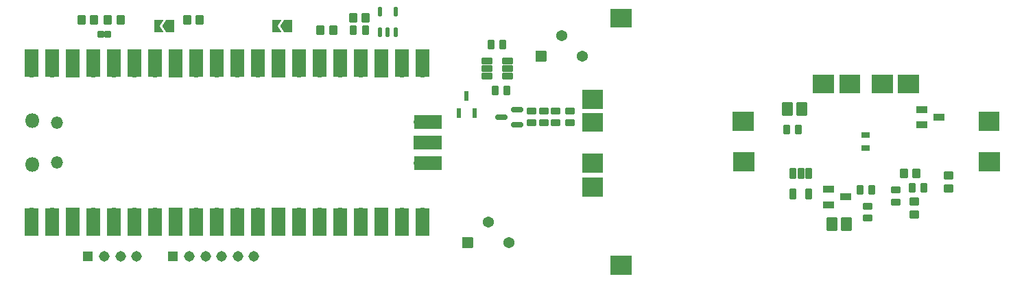
<source format=gbr>
%TF.GenerationSoftware,KiCad,Pcbnew,8.0.8*%
%TF.CreationDate,2025-05-05T18:32:43+03:00*%
%TF.ProjectId,gamma-spectrometer,67616d6d-612d-4737-9065-6374726f6d65,v0.0.4*%
%TF.SameCoordinates,Original*%
%TF.FileFunction,Soldermask,Top*%
%TF.FilePolarity,Negative*%
%FSLAX46Y46*%
G04 Gerber Fmt 4.6, Leading zero omitted, Abs format (unit mm)*
G04 Created by KiCad (PCBNEW 8.0.8) date 2025-05-05 18:32:43*
%MOMM*%
%LPD*%
G01*
G04 APERTURE LIST*
G04 Aperture macros list*
%AMRoundRect*
0 Rectangle with rounded corners*
0 $1 Rounding radius*
0 $2 $3 $4 $5 $6 $7 $8 $9 X,Y pos of 4 corners*
0 Add a 4 corners polygon primitive as box body*
4,1,4,$2,$3,$4,$5,$6,$7,$8,$9,$2,$3,0*
0 Add four circle primitives for the rounded corners*
1,1,$1+$1,$2,$3*
1,1,$1+$1,$4,$5*
1,1,$1+$1,$6,$7*
1,1,$1+$1,$8,$9*
0 Add four rect primitives between the rounded corners*
20,1,$1+$1,$2,$3,$4,$5,0*
20,1,$1+$1,$4,$5,$6,$7,0*
20,1,$1+$1,$6,$7,$8,$9,0*
20,1,$1+$1,$8,$9,$2,$3,0*%
%AMFreePoly0*
4,1,6,1.000000,0.000000,0.500000,-0.750000,-0.500000,-0.750000,-0.500000,0.750000,0.500000,0.750000,1.000000,0.000000,1.000000,0.000000,$1*%
%AMFreePoly1*
4,1,6,0.500000,-0.750000,-0.650000,-0.750000,-0.150000,0.000000,-0.650000,0.750000,0.500000,0.750000,0.500000,-0.750000,0.500000,-0.750000,$1*%
G04 Aperture macros list end*
%ADD10C,0.100000*%
%ADD11RoundRect,0.102000X-0.584000X-0.584000X0.584000X-0.584000X0.584000X0.584000X-0.584000X0.584000X0*%
%ADD12C,1.372000*%
%ADD13R,1.308000X1.308000*%
%ADD14C,1.308000*%
%ADD15RoundRect,0.147500X0.147500X-0.467500X0.147500X0.467500X-0.147500X0.467500X-0.147500X-0.467500X0*%
%ADD16FreePoly0,180.000000*%
%ADD17FreePoly1,180.000000*%
%ADD18RoundRect,0.102000X-0.575000X-0.725000X0.575000X-0.725000X0.575000X0.725000X-0.575000X0.725000X0*%
%ADD19RoundRect,0.100500X-0.616500X-0.301500X0.616500X-0.301500X0.616500X0.301500X-0.616500X0.301500X0*%
%ADD20RoundRect,0.100500X0.301500X0.336500X-0.301500X0.336500X-0.301500X-0.336500X0.301500X-0.336500X0*%
%ADD21RoundRect,0.134250X0.432750X-0.402750X0.432750X0.402750X-0.432750X0.402750X-0.432750X-0.402750X0*%
%ADD22RoundRect,0.102000X0.325000X0.450000X-0.325000X0.450000X-0.325000X-0.450000X0.325000X-0.450000X0*%
%ADD23RoundRect,0.147500X0.147500X-0.457500X0.147500X0.457500X-0.147500X0.457500X-0.147500X-0.457500X0*%
%ADD24RoundRect,0.134250X-0.402750X-0.432750X0.402750X-0.432750X0.402750X0.432750X-0.402750X0.432750X0*%
%ADD25RoundRect,0.102000X-0.450000X0.325000X-0.450000X-0.325000X0.450000X-0.325000X0.450000X0.325000X0*%
%ADD26RoundRect,0.102000X0.450000X-0.325000X0.450000X0.325000X-0.450000X0.325000X-0.450000X-0.325000X0*%
%ADD27R,1.000000X0.800000*%
%ADD28RoundRect,0.102000X-0.325000X-0.450000X0.325000X-0.450000X0.325000X0.450000X-0.325000X0.450000X0*%
%ADD29RoundRect,0.102000X-0.435000X-0.465000X0.435000X-0.465000X0.435000X0.465000X-0.435000X0.465000X0*%
%ADD30RoundRect,0.134250X0.402750X0.432750X-0.402750X0.432750X-0.402750X-0.432750X0.402750X-0.432750X0*%
%ADD31RoundRect,0.098000X-0.609000X-0.294000X0.609000X-0.294000X0.609000X0.294000X-0.609000X0.294000X0*%
%ADD32RoundRect,0.150000X0.587500X0.150000X-0.587500X0.150000X-0.587500X-0.150000X0.587500X-0.150000X0*%
%ADD33RoundRect,0.134250X-0.432750X0.402750X-0.432750X-0.402750X0.432750X-0.402750X0.432750X0.402750X0*%
%ADD34RoundRect,0.099250X-0.297750X0.607750X-0.297750X-0.607750X0.297750X-0.607750X0.297750X0.607750X0*%
%ADD35O,1.800000X1.800000*%
%ADD36O,1.500000X1.500000*%
%ADD37O,1.700000X1.700000*%
%ADD38R,1.700000X3.500000*%
%ADD39R,1.700000X1.700000*%
%ADD40R,3.500000X1.700000*%
%ADD41RoundRect,0.102000X-0.405000X-0.465000X0.405000X-0.465000X0.405000X0.465000X-0.405000X0.465000X0*%
%ADD42RoundRect,0.102000X0.435000X0.465000X-0.435000X0.465000X-0.435000X-0.465000X0.435000X-0.465000X0*%
G04 APERTURE END LIST*
D10*
X161000000Y-97875000D02*
X163500000Y-97875000D01*
X163500000Y-100125000D01*
X161000000Y-100125000D01*
X161000000Y-97875000D01*
G36*
X161000000Y-97875000D02*
G01*
X163500000Y-97875000D01*
X163500000Y-100125000D01*
X161000000Y-100125000D01*
X161000000Y-97875000D01*
G37*
X176100000Y-80125000D02*
X178600000Y-80125000D01*
X178600000Y-82375000D01*
X176100000Y-82375000D01*
X176100000Y-80125000D01*
G36*
X176100000Y-80125000D02*
G01*
X178600000Y-80125000D01*
X178600000Y-82375000D01*
X176100000Y-82375000D01*
X176100000Y-80125000D01*
G37*
X186000000Y-75500000D02*
X188500000Y-75500000D01*
X188500000Y-77750000D01*
X186000000Y-77750000D01*
X186000000Y-75500000D01*
G36*
X186000000Y-75500000D02*
G01*
X188500000Y-75500000D01*
X188500000Y-77750000D01*
X186000000Y-77750000D01*
X186000000Y-75500000D01*
G37*
X193250000Y-75500000D02*
X195750000Y-75500000D01*
X195750000Y-77750000D01*
X193250000Y-77750000D01*
X193250000Y-75500000D01*
G36*
X193250000Y-75500000D02*
G01*
X195750000Y-75500000D01*
X195750000Y-77750000D01*
X193250000Y-77750000D01*
X193250000Y-75500000D01*
G37*
X189250000Y-75500000D02*
X191750000Y-75500000D01*
X191750000Y-77750000D01*
X189250000Y-77750000D01*
X189250000Y-75500000D01*
G36*
X189250000Y-75500000D02*
G01*
X191750000Y-75500000D01*
X191750000Y-77750000D01*
X189250000Y-77750000D01*
X189250000Y-75500000D01*
G37*
X157500000Y-88250000D02*
X160000000Y-88250000D01*
X160000000Y-90500000D01*
X157500000Y-90500000D01*
X157500000Y-88250000D01*
G36*
X157500000Y-88250000D02*
G01*
X160000000Y-88250000D01*
X160000000Y-90500000D01*
X157500000Y-90500000D01*
X157500000Y-88250000D01*
G37*
X206450000Y-80125000D02*
X208950000Y-80125000D01*
X208950000Y-82375000D01*
X206450000Y-82375000D01*
X206450000Y-80125000D01*
G36*
X206450000Y-80125000D02*
G01*
X208950000Y-80125000D01*
X208950000Y-82375000D01*
X206450000Y-82375000D01*
X206450000Y-80125000D01*
G37*
X176150000Y-85125000D02*
X178650000Y-85125000D01*
X178650000Y-87375000D01*
X176150000Y-87375000D01*
X176150000Y-85125000D01*
G36*
X176150000Y-85125000D02*
G01*
X178650000Y-85125000D01*
X178650000Y-87375000D01*
X176150000Y-87375000D01*
X176150000Y-85125000D01*
G37*
X161000000Y-67375000D02*
X163500000Y-67375000D01*
X163500000Y-69625000D01*
X161000000Y-69625000D01*
X161000000Y-67375000D01*
G36*
X161000000Y-67375000D02*
G01*
X163500000Y-67375000D01*
X163500000Y-69625000D01*
X161000000Y-69625000D01*
X161000000Y-67375000D01*
G37*
X157500000Y-85250000D02*
X160000000Y-85250000D01*
X160000000Y-87500000D01*
X157500000Y-87500000D01*
X157500000Y-85250000D01*
G36*
X157500000Y-85250000D02*
G01*
X160000000Y-85250000D01*
X160000000Y-87500000D01*
X157500000Y-87500000D01*
X157500000Y-85250000D01*
G37*
X157500000Y-80250000D02*
X160000000Y-80250000D01*
X160000000Y-82500000D01*
X157500000Y-82500000D01*
X157500000Y-80250000D01*
G36*
X157500000Y-80250000D02*
G01*
X160000000Y-80250000D01*
X160000000Y-82500000D01*
X157500000Y-82500000D01*
X157500000Y-80250000D01*
G37*
X206500000Y-85125000D02*
X209000000Y-85125000D01*
X209000000Y-87375000D01*
X206500000Y-87375000D01*
X206500000Y-85125000D01*
G36*
X206500000Y-85125000D02*
G01*
X209000000Y-85125000D01*
X209000000Y-87375000D01*
X206500000Y-87375000D01*
X206500000Y-85125000D01*
G37*
X157500000Y-77375000D02*
X160000000Y-77375000D01*
X160000000Y-79625000D01*
X157500000Y-79625000D01*
X157500000Y-77375000D01*
G36*
X157500000Y-77375000D02*
G01*
X160000000Y-77375000D01*
X160000000Y-79625000D01*
X157500000Y-79625000D01*
X157500000Y-77375000D01*
G37*
X196500000Y-75500000D02*
X199000000Y-75500000D01*
X199000000Y-77750000D01*
X196500000Y-77750000D01*
X196500000Y-75500000D01*
G36*
X196500000Y-75500000D02*
G01*
X199000000Y-75500000D01*
X199000000Y-77750000D01*
X196500000Y-77750000D01*
X196500000Y-75500000D01*
G37*
D11*
%TO.C,VR1*%
X152420000Y-73250000D03*
D12*
X154960000Y-70710000D03*
X157500000Y-73250000D03*
%TD*%
D13*
%TO.C,J1*%
X96500000Y-97950000D03*
D14*
X98500000Y-97950000D03*
X100500000Y-97950000D03*
X102500000Y-97950000D03*
%TD*%
D15*
%TO.C,U7*%
X142300000Y-80250000D03*
X144200000Y-80250000D03*
X143250000Y-78130000D03*
%TD*%
D16*
%TO.C,JP2*%
X121225000Y-69500000D03*
D17*
X119775000Y-69500000D03*
%TD*%
D18*
%TO.C,C19*%
X188350000Y-94000000D03*
X190150000Y-94000000D03*
%TD*%
D19*
%TO.C,Q4*%
X199440000Y-79800000D03*
X199440000Y-81700000D03*
X201560000Y-80750000D03*
%TD*%
D20*
%TO.C,FB1*%
X98935000Y-70500000D03*
X98065000Y-70500000D03*
%TD*%
D21*
%TO.C,C21*%
X198500000Y-92780000D03*
X198500000Y-91220000D03*
%TD*%
D22*
%TO.C,R20*%
X199725000Y-89500000D03*
X198275000Y-89500000D03*
%TD*%
D23*
%TO.C,U3*%
X132550000Y-70255000D03*
X133500000Y-70255000D03*
X134450000Y-70255000D03*
X134450000Y-67745000D03*
X132550000Y-67745000D03*
%TD*%
D24*
%TO.C,C3*%
X108720000Y-68750000D03*
X110280000Y-68750000D03*
%TD*%
D25*
%TO.C,R1*%
X152750000Y-80025000D03*
X152750000Y-81475000D03*
%TD*%
D26*
%TO.C,R2*%
X156000000Y-81475000D03*
X156000000Y-80025000D03*
%TD*%
D18*
%TO.C,C17*%
X182850000Y-79750000D03*
X184650000Y-79750000D03*
%TD*%
D27*
%TO.C,TH1*%
X192500000Y-84550000D03*
X192500000Y-82950000D03*
%TD*%
D16*
%TO.C,JP1*%
X106610000Y-69500000D03*
D17*
X105160000Y-69500000D03*
%TD*%
D28*
%TO.C,R18*%
X191775000Y-89750000D03*
X193225000Y-89750000D03*
%TD*%
D25*
%TO.C,R5*%
X151250000Y-80025000D03*
X151250000Y-81475000D03*
%TD*%
D29*
%TO.C,C1*%
X98970000Y-68750000D03*
X100530000Y-68750000D03*
%TD*%
D13*
%TO.C,J2*%
X107000000Y-97950000D03*
D14*
X109000000Y-97950000D03*
X111000000Y-97950000D03*
X113000000Y-97950000D03*
X115000000Y-97950000D03*
X117000000Y-97950000D03*
%TD*%
D25*
%TO.C,R3*%
X154250000Y-80025000D03*
X154250000Y-81475000D03*
%TD*%
D26*
%TO.C,R19*%
X192750000Y-93225000D03*
X192750000Y-91775000D03*
%TD*%
D28*
%TO.C,R8*%
X129275000Y-70000000D03*
X130725000Y-70000000D03*
%TD*%
D30*
%TO.C,C7*%
X130780000Y-68500000D03*
X129220000Y-68500000D03*
%TD*%
%TO.C,C22*%
X198780000Y-87750000D03*
X197220000Y-87750000D03*
%TD*%
D31*
%TO.C,U2*%
X145745000Y-73800000D03*
X145745000Y-74750000D03*
X145745000Y-75700000D03*
X148255000Y-75700000D03*
X148255000Y-74750000D03*
X148255000Y-73800000D03*
%TD*%
D32*
%TO.C,D1*%
X149437500Y-81700000D03*
X149437500Y-79800000D03*
X147562500Y-80750000D03*
%TD*%
D28*
%TO.C,R17*%
X182775000Y-82250000D03*
X184225000Y-82250000D03*
%TD*%
D33*
%TO.C,C20*%
X202750000Y-87970000D03*
X202750000Y-89530000D03*
%TD*%
D34*
%TO.C,U9*%
X185450000Y-87745000D03*
X184500000Y-87745000D03*
X183550000Y-87745000D03*
X183550000Y-90255000D03*
X185450000Y-90255000D03*
%TD*%
D35*
%TO.C,U1*%
X89630000Y-86615000D03*
D36*
X92660000Y-86315000D03*
X92660000Y-81465000D03*
D35*
X89630000Y-81165000D03*
D37*
X89500000Y-92780000D03*
D38*
X89500000Y-93680000D03*
D37*
X92040000Y-92780000D03*
D38*
X92040000Y-93680000D03*
D39*
X94580000Y-92780000D03*
D38*
X94580000Y-93680000D03*
D37*
X97120000Y-92780000D03*
D38*
X97120000Y-93680000D03*
D37*
X99660000Y-92780000D03*
D38*
X99660000Y-93680000D03*
D37*
X102200000Y-92780000D03*
D38*
X102200000Y-93680000D03*
D37*
X104740000Y-92780000D03*
D38*
X104740000Y-93680000D03*
D39*
X107280000Y-92780000D03*
D38*
X107280000Y-93680000D03*
D37*
X109820000Y-92780000D03*
D38*
X109820000Y-93680000D03*
D37*
X112360000Y-92780000D03*
D38*
X112360000Y-93680000D03*
D37*
X114900000Y-92780000D03*
D38*
X114900000Y-93680000D03*
D37*
X117440000Y-92780000D03*
D38*
X117440000Y-93680000D03*
D39*
X119980000Y-92780000D03*
D38*
X119980000Y-93680000D03*
D37*
X122520000Y-92780000D03*
D38*
X122520000Y-93680000D03*
D37*
X125060000Y-92780000D03*
D38*
X125060000Y-93680000D03*
D37*
X127600000Y-92780000D03*
D38*
X127600000Y-93680000D03*
D37*
X130140000Y-92780000D03*
D38*
X130140000Y-93680000D03*
D39*
X132680000Y-92780000D03*
D38*
X132680000Y-93680000D03*
D37*
X135220000Y-92780000D03*
D38*
X135220000Y-93680000D03*
D37*
X137760000Y-92780000D03*
D38*
X137760000Y-93680000D03*
D37*
X137760000Y-75000000D03*
D38*
X137760000Y-74100000D03*
D37*
X135220000Y-75000000D03*
D38*
X135220000Y-74100000D03*
D39*
X132680000Y-75000000D03*
D38*
X132680000Y-74100000D03*
D37*
X130140000Y-75000000D03*
D38*
X130140000Y-74100000D03*
D37*
X127600000Y-75000000D03*
D38*
X127600000Y-74100000D03*
D37*
X125060000Y-75000000D03*
D38*
X125060000Y-74100000D03*
D37*
X122520000Y-75000000D03*
D38*
X122520000Y-74100000D03*
D39*
X119980000Y-75000000D03*
D38*
X119980000Y-74100000D03*
D37*
X117440000Y-75000000D03*
D38*
X117440000Y-74100000D03*
D37*
X114900000Y-75000000D03*
D38*
X114900000Y-74100000D03*
D37*
X112360000Y-75000000D03*
D38*
X112360000Y-74100000D03*
D37*
X109820000Y-75000000D03*
D38*
X109820000Y-74100000D03*
D39*
X107280000Y-75000000D03*
D38*
X107280000Y-74100000D03*
D37*
X104740000Y-75000000D03*
D38*
X104740000Y-74100000D03*
D37*
X102200000Y-75000000D03*
D38*
X102200000Y-74100000D03*
D37*
X99660000Y-75000000D03*
D38*
X99660000Y-74100000D03*
D37*
X97120000Y-75000000D03*
D38*
X97120000Y-74100000D03*
D39*
X94580000Y-75000000D03*
D38*
X94580000Y-74100000D03*
D37*
X92040000Y-75000000D03*
D38*
X92040000Y-74100000D03*
D37*
X89500000Y-75000000D03*
D38*
X89500000Y-74100000D03*
D37*
X137530000Y-86430000D03*
D40*
X138430000Y-86430000D03*
D39*
X137530000Y-83890000D03*
D40*
X138430000Y-83890000D03*
D37*
X137530000Y-81350000D03*
D40*
X138430000Y-81350000D03*
%TD*%
D11*
%TO.C,VR2*%
X143370000Y-96240000D03*
D12*
X145910000Y-93700000D03*
X148450000Y-96240000D03*
%TD*%
D41*
%TO.C,D2*%
X126810000Y-70000000D03*
X125190000Y-70000000D03*
%TD*%
D22*
%TO.C,R6*%
X147725000Y-71750000D03*
X146275000Y-71750000D03*
%TD*%
D26*
%TO.C,R21*%
X196250000Y-91225000D03*
X196250000Y-89775000D03*
%TD*%
D19*
%TO.C,Q3*%
X187940000Y-89662500D03*
X187940000Y-91562500D03*
X190060000Y-90612500D03*
%TD*%
D28*
%TO.C,R4*%
X146775000Y-77500000D03*
X148225000Y-77500000D03*
%TD*%
D42*
%TO.C,C2*%
X97280000Y-68750000D03*
X95720000Y-68750000D03*
%TD*%
M02*

</source>
